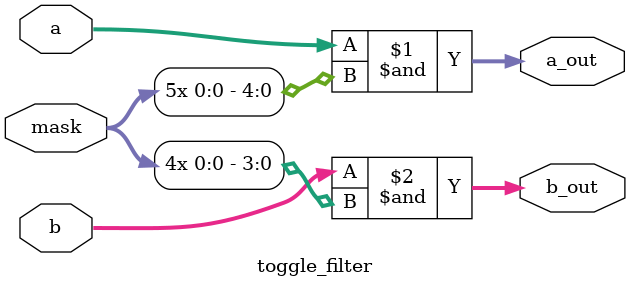
<source format=v>
module mac (out, a, b, c);

parameter bw = 4;
parameter psum_bw = 16;
parameter channels_per_pe = 2;

output signed [psum_bw-1:0] out;
input signed  [channels_per_pe*bw-1:0] a;  // activation
input signed  [channels_per_pe*bw-1:0] b;  // weight
input signed  [psum_bw-1:0] c;

wire signed [psum_bw-1:0] psum;

wire [channels_per_pe-1:0]in_weight_zero;


wire signed [2*bw:0] product1[channels_per_pe-1:0];
wire signed [bw:0]   a_pad1[channels_per_pe-1:0];
wire signed [bw-1:0] b1[channels_per_pe-1:0];

wire signed [2*bw+1:0] product;

wire signed [bw:0] a_mul[channels_per_pe-1:0];
wire signed [bw-1:0] b_mul[channels_per_pe-1:0];

genvar i;
generate
for(i = 0; i < channels_per_pe; i = i+1) begin : mac_op 
    assign b1[i] = b[i*bw+:bw];
    assign a_pad1[i] = {1'b0, a[i*bw+:bw]}; // force to be unsigned number
    assign in_weight_zero[i] = (b1[i] != 0);
    
    toggle_filter #(.bw(bw)) filter0(
    	.a(a_pad1[i]),
    	.b(b1[i]),
    	.mask(in_weight_zero[i]),
    	.a_out(a_mul[i]),
    	.b_out(b_mul[i])
    	);

    assign product1[i] = a_mul[i] * b_mul[i];
    //assign product1[i] = a_pad1[i] * b1[i];
end
endgenerate

`ifdef TWO_IC_PER_PE
assign product = (product1[0] + product1[1]);
`else
assign product = product1[0];
`endif

/*wire signed [2*bw:0] product1;
wire signed [bw:0]   a_pad1;
wire signed [bw-1:0] b1;

wire signed [2*bw:0] product2;
wire signed [bw:0]   a_pad2;
wire signed [bw-1:0] b2;

wire signed [2*bw+1:0] product;

assign b1 = b[bw-1:0];
assign a_pad1 = {1'b0, a[bw-1:0]}; // force to be unsigned number
assign product1 = a_pad1 * b1;

//assign product2 = 0;
assign b2 = b[2*bw-1:bw];
assign a_pad2 = {1'b0, a[2*bw-1:bw]};
assign product2 = a_pad2 * b2;

assign product = product1 + product2;*/
assign psum = product + c;
assign out = psum;

endmodule

module toggle_filter (a, b, mask, a_out, b_out);

	parameter bw = 4;

	input signed [bw:0] a;
	input signed [bw-1:0] b;
//	input mask /*synthesis keep*/;
//	output signed [bw:0] a_out;
//	//output signed [bw-1:0] b_out /* synthesis dont_retime */;
//	output signed [bw-1:0] b_out /*synthesis keep*/;

	input mask ;
	output signed [bw:0] a_out;
	output signed [bw-1:0] b_out;
	
	assign a_out = a & {(bw+1){mask}};
	assign b_out = b & {bw{mask}};
	//genvar i;
	//generate
	//for(i=0;i<bw;i=i+1) begin : masking
	//	assign b_out[i] = b[i] & mask;
	//end
	//endgenerate

endmodule

</source>
